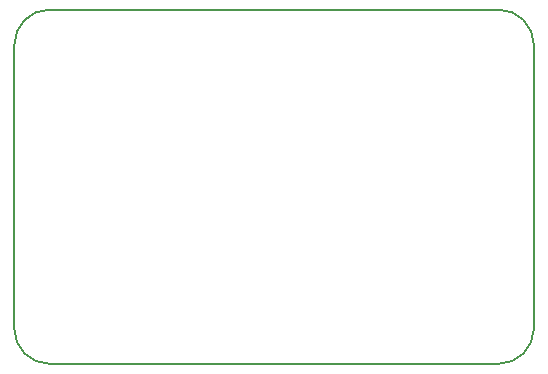
<source format=gbr>
%TF.GenerationSoftware,KiCad,Pcbnew,9.0.0*%
%TF.CreationDate,2025-03-02T17:24:29+03:00*%
%TF.ProjectId,PM_HMI-Touch,504d5f48-4d49-42d5-946f-7563682e6b69,rev?*%
%TF.SameCoordinates,Original*%
%TF.FileFunction,Profile,NP*%
%FSLAX46Y46*%
G04 Gerber Fmt 4.6, Leading zero omitted, Abs format (unit mm)*
G04 Created by KiCad (PCBNEW 9.0.0) date 2025-03-02 17:24:29*
%MOMM*%
%LPD*%
G01*
G04 APERTURE LIST*
%TA.AperFunction,Profile*%
%ADD10C,0.200000*%
%TD*%
G04 APERTURE END LIST*
D10*
X-17000000Y12000000D02*
X-17000000Y-12000000D01*
X24000000Y15000000D02*
X-14000000Y15000000D01*
X-14000000Y-15000000D02*
G75*
G02*
X-17000000Y-12000000I1J3000001D01*
G01*
X-17000000Y12000000D02*
G75*
G02*
X-14000000Y15000000I3000001J-1D01*
G01*
X24000000Y15000000D02*
G75*
G02*
X27000000Y12000000I0J-3000000D01*
G01*
X24000000Y-15000000D02*
X-14000000Y-15000000D01*
X27000000Y-12000000D02*
G75*
G02*
X24000000Y-15000000I-3000000J0D01*
G01*
X27000000Y12000000D02*
X27000000Y-12000000D01*
M02*

</source>
